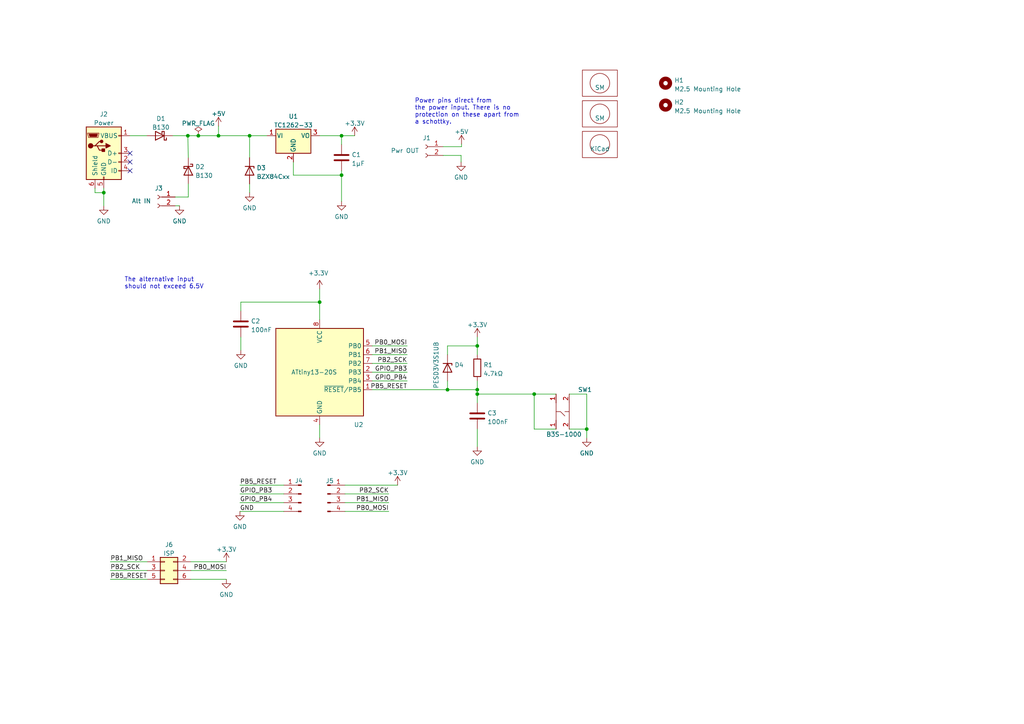
<source format=kicad_sch>
(kicad_sch (version 20211123) (generator eeschema)
  (paper "A4")
  (title_block (title "attiny13 Breakout") (date "2022-12-18") (rev "1.0") (company "Steve Mayze"))
  (lib_symbols
    (symbol "Connector:Conn_01x02_Female" (pin_names (offset 1.016) hide)
      (property "Reference" "J" (at 0 2.54 0))
      (property "Value" "Conn_01x02_Female" (at 0 -5.08 0))
      (symbol "Conn_01x02_Female_1_1"
        (arc (start 0 -2.032) (mid -0.508 -2.54) (end 0 -3.048) (stroke (width 0.1524)))
        (polyline (pts (xy -1.27 -2.54) (xy -0.508 -2.54)) (stroke (width 0.1524)))
        (polyline (pts (xy -1.27 0) (xy -0.508 0)) (stroke (width 0.1524)))
        (arc (start 0 0.508) (mid -0.508 0) (end 0 -0.508) (stroke (width 0.1524)))
        (pin passive line (at -5.08 0 0) (length 3.81) (name "Pin_1") (number "1"))
        (pin passive line (at -5.08 -2.54 0) (length 3.81) (name "Pin_2") (number "2"))
      )
    )
    (symbol "Connector:Conn_01x04_Male" (pin_names (offset 1.016) hide)
      (property "Reference" "J" (at 0 5.08 0))
      (property "Value" "Conn_01x04_Male" (at 0 -7.62 0))
      (symbol "Conn_01x04_Male_1_1"
        (polyline (pts (xy 1.27 -5.08) (xy 0.8636 -5.08)) (stroke (width 0.1524)))
        (polyline (pts (xy 1.27 -2.54) (xy 0.8636 -2.54)) (stroke (width 0.1524)))
        (polyline (pts (xy 1.27 0) (xy 0.8636 0)) (stroke (width 0.1524)))
        (polyline (pts (xy 1.27 2.54) (xy 0.8636 2.54)) (stroke (width 0.1524)))
        (rectangle (start 0.8636 -4.953) (end 0 -5.207) (stroke (width 0.1524)) (fill (type outline)))
        (rectangle (start 0.8636 -2.413) (end 0 -2.667) (stroke (width 0.1524)) (fill (type outline)))
        (rectangle (start 0.8636 0.127) (end 0 -0.127) (stroke (width 0.1524)) (fill (type outline)))
        (rectangle (start 0.8636 2.667) (end 0 2.413) (stroke (width 0.1524)) (fill (type outline)))
        (pin passive line (at 5.08 2.54 180) (length 3.81) (name "Pin_1") (number "1"))
        (pin passive line (at 5.08 0 180) (length 3.81) (name "Pin_2") (number "2"))
        (pin passive line (at 5.08 -2.54 180) (length 3.81) (name "Pin_3") (number "3"))
        (pin passive line (at 5.08 -5.08 180) (length 3.81) (name "Pin_4") (number "4"))
      )
    )
    (symbol "Connector:USB_B_Micro" (pin_names (offset 1.016))
      (property "Reference" "J" (at -5.08 11.43 0))
      (property "Value" "USB_B_Micro" (at -5.08 8.89 0))
      (symbol "USB_B_Micro_0_1"
        (rectangle (start -5.08 -7.62) (end 5.08 7.62) (stroke (width 0.254)) (fill (type background)))
        (circle (center -3.81 2.159) (radius 0.635) (stroke (width 0.254)) (fill (type outline)))
        (circle (center -0.635 3.429) (radius 0.381) (stroke (width 0.254)) (fill (type outline)))
        (rectangle (start -0.127 -7.62) (end 0.127 -6.858))
        (polyline (pts (xy -1.905 2.159) (xy 0.635 2.159)) (stroke (width 0.254)))
        (polyline (pts (xy -3.175 2.159) (xy -2.54 2.159) (xy -1.27 3.429) (xy -0.635 3.429)) (stroke (width 0.254)))
        (polyline (pts (xy -2.54 2.159) (xy -1.905 2.159) (xy -1.27 0.889) (xy 0 0.889)) (stroke (width 0.254)))
        (polyline (pts (xy 0.635 2.794) (xy 0.635 1.524) (xy 1.905 2.159) (xy 0.635 2.794)) (stroke (width 0.254)) (fill (type outline)))
        (polyline (pts (xy -4.318 5.588) (xy -1.778 5.588) (xy -2.032 4.826) (xy -4.064 4.826) (xy -4.318 5.588)) (fill (type outline)))
        (polyline (pts (xy -4.699 5.842) (xy -4.699 5.588) (xy -4.445 4.826) (xy -4.445 4.572) (xy -1.651 4.572) (xy -1.651 4.826) (xy -1.397 5.588) (xy -1.397 5.842) (xy -4.699 5.842)))
        (rectangle (start 0.254 1.27) (end -0.508 0.508) (stroke (width 0.254)) (fill (type outline)))
        (rectangle (start 5.08 -5.207) (end 4.318 -4.953))
        (rectangle (start 5.08 -2.667) (end 4.318 -2.413))
        (rectangle (start 5.08 -0.127) (end 4.318 0.127))
        (rectangle (start 5.08 4.953) (end 4.318 5.207))
      )
      (symbol "USB_B_Micro_1_1"
        (pin power_out line (at 7.62 5.08 180) (length 2.54) (name "VBUS") (number "1"))
        (pin bidirectional line (at 7.62 -2.54 180) (length 2.54) (name "D-") (number "2"))
        (pin bidirectional line (at 7.62 0 180) (length 2.54) (name "D+") (number "3"))
        (pin passive line (at 7.62 -5.08 180) (length 2.54) (name "ID") (number "4"))
        (pin power_out line (at 0 -10.16 90) (length 2.54) (name "GND") (number "5"))
        (pin passive line (at -2.54 -10.16 90) (length 2.54) (name "Shield") (number "6"))
      )
    )
    (symbol "Connector_Generic:Conn_02x03_Odd_Even" (pin_names (offset 1.016) hide)
      (property "Reference" "J" (at 1.27 5.08 0))
      (property "Value" "Conn_02x03_Odd_Even" (at 1.27 -5.08 0))
      (symbol "Conn_02x03_Odd_Even_1_1"
        (rectangle (start -1.27 -2.413) (end 0 -2.667) (stroke (width 0.1524)))
        (rectangle (start -1.27 0.127) (end 0 -0.127) (stroke (width 0.1524)))
        (rectangle (start -1.27 2.667) (end 0 2.413) (stroke (width 0.1524)))
        (rectangle (start -1.27 3.81) (end 3.81 -3.81) (stroke (width 0.254)) (fill (type background)))
        (rectangle (start 3.81 -2.413) (end 2.54 -2.667) (stroke (width 0.1524)))
        (rectangle (start 3.81 0.127) (end 2.54 -0.127) (stroke (width 0.1524)))
        (rectangle (start 3.81 2.667) (end 2.54 2.413) (stroke (width 0.1524)))
        (pin passive line (at -5.08 2.54 0) (length 3.81) (name "Pin_1") (number "1"))
        (pin passive line (at 7.62 2.54 180) (length 3.81) (name "Pin_2") (number "2"))
        (pin passive line (at -5.08 0 0) (length 3.81) (name "Pin_3") (number "3"))
        (pin passive line (at 7.62 0 180) (length 3.81) (name "Pin_4") (number "4"))
        (pin passive line (at -5.08 -2.54 0) (length 3.81) (name "Pin_5") (number "5"))
        (pin passive line (at 7.62 -2.54 180) (length 3.81) (name "Pin_6") (number "6"))
      )
    )
    (symbol "Device:C" (pin_numbers hide) (pin_names (offset 0.254))
      (property "Reference" "C" (at 0.635 2.54 0))
      (property "Value" "C" (at 0.635 -2.54 0))
      (symbol "C_0_1"
        (polyline (pts (xy -2.032 -0.762) (xy 2.032 -0.762)) (stroke (width 0.508)))
        (polyline (pts (xy -2.032 0.762) (xy 2.032 0.762)) (stroke (width 0.508)))
      )
      (symbol "C_1_1"
        (pin passive line (at 0 3.81 270) (length 2.794) (name "~") (number "1"))
        (pin passive line (at 0 -3.81 90) (length 2.794) (name "~") (number "2"))
      )
    )
    (symbol "Device:D_Schottky" (pin_numbers hide) (pin_names (offset 1.016) hide)
      (property "Reference" "D" (at 0 2.54 0))
      (property "Value" "D_Schottky" (at 0 -2.54 0))
      (symbol "D_Schottky_0_1"
        (polyline (pts (xy 1.27 0) (xy -1.27 0)))
        (polyline (pts (xy 1.27 1.27) (xy 1.27 -1.27) (xy -1.27 0) (xy 1.27 1.27)) (stroke (width 0.254)))
        (polyline (pts (xy -1.905 0.635) (xy -1.905 1.27) (xy -1.27 1.27) (xy -1.27 -1.27) (xy -0.635 -1.27) (xy -0.635 -0.635)) (stroke (width 0.254)))
      )
      (symbol "D_Schottky_1_1"
        (pin passive line (at -3.81 0 0) (length 2.54) (name "K") (number "1"))
        (pin passive line (at 3.81 0 180) (length 2.54) (name "A") (number "2"))
      )
    )
    (symbol "Device:D_Zener" (pin_numbers hide) (pin_names (offset 1.016) hide)
      (property "Reference" "D" (at 0 2.54 0))
      (property "Value" "D_Zener" (at 0 -2.54 0))
      (symbol "D_Zener_0_1"
        (polyline (pts (xy 1.27 0) (xy -1.27 0)))
        (polyline (pts (xy -1.27 -1.27) (xy -1.27 1.27) (xy -0.762 1.27)) (stroke (width 0.254)))
        (polyline (pts (xy 1.27 -1.27) (xy 1.27 1.27) (xy -1.27 0) (xy 1.27 -1.27)) (stroke (width 0.254)))
      )
      (symbol "D_Zener_1_1"
        (pin passive line (at -3.81 0 0) (length 2.54) (name "K") (number "1"))
        (pin passive line (at 3.81 0 180) (length 2.54) (name "A") (number "2"))
      )
    )
    (symbol "Device:R" (pin_numbers hide) (pin_names (offset 0))
      (property "Reference" "R" (at 2.032 0 90))
      (property "Value" "R" (at 0 0 90))
      (symbol "R_0_1"
        (rectangle (start -1.016 -2.54) (end 1.016 2.54) (stroke (width 0.254)))
      )
      (symbol "R_1_1"
        (pin passive line (at 0 3.81 270) (length 1.27) (name "~") (number "1"))
        (pin passive line (at 0 -3.81 90) (length 1.27) (name "~") (number "2"))
      )
    )
    (symbol "Diode:BZX84Cxx" (pin_numbers hide) (pin_names hide)
      (property "Reference" "D" (at 0 3.81 0))
      (property "Value" "BZX84Cxx" (at 0 -3.81 0))
      (symbol "BZX84Cxx_0_1"
        (polyline (pts (xy 1.27 0) (xy -1.27 0)))
        (polyline (pts (xy -1.27 -1.27) (xy -1.27 1.27) (xy -0.762 1.27)) (stroke (width 0.254)))
        (polyline (pts (xy 1.27 -1.27) (xy 1.27 1.27) (xy -1.27 0) (xy 1.27 -1.27)) (stroke (width 0.254)))
      )
      (symbol "BZX84Cxx_1_1"
        (pin passive line (at 3.81 0 180) (length 2.54) (name "A") (number "1"))
        (pin no_connect line (at 1.27 0 180) (length 2.54) hide (name "NC") (number "2"))
        (pin passive line (at -3.81 0 0) (length 2.54) (name "K") (number "3"))
      )
    )
    (symbol "MCU_Microchip_ATtiny:ATtiny13-20S"
      (property "Reference" "U" (at -12.7 13.97 0))
      (property "Value" "ATtiny13-20S" (at 2.54 -13.97 0))
      (symbol "ATtiny13-20S_0_1"
        (rectangle (start -12.7 -12.7) (end 12.7 12.7) (stroke (width 0.254)) (fill (type background)))
      )
      (symbol "ATtiny13-20S_1_1"
        (pin bidirectional line (at 15.24 -5.08 180) (length 2.54) (name "~{RESET}/PB5") (number "1"))
        (pin bidirectional line (at 15.24 0 180) (length 2.54) (name "PB3") (number "2"))
        (pin bidirectional line (at 15.24 -2.54 180) (length 2.54) (name "PB4") (number "3"))
        (pin power_in line (at 0 -15.24 90) (length 2.54) (name "GND") (number "4"))
        (pin bidirectional line (at 15.24 7.62 180) (length 2.54) (name "PB0") (number "5"))
        (pin bidirectional line (at 15.24 5.08 180) (length 2.54) (name "PB1") (number "6"))
        (pin bidirectional line (at 15.24 2.54 180) (length 2.54) (name "PB2") (number "7"))
        (pin power_in line (at 0 15.24 270) (length 2.54) (name "VCC") (number "8"))
      )
    )
    (symbol "Mechanical:MountingHole" (pin_names (offset 1.016))
      (property "Reference" "H" (at 0 5.08 0))
      (property "Value" "MountingHole" (at 0 3.175 0))
      (symbol "MountingHole_0_1"
        (circle (center 0 0) (radius 1.27) (stroke (width 1.27)))
      )
    )
    (symbol "Regulator_Linear:TC1262-33" (pin_names (offset 0.254))
      (property "Reference" "U" (at -3.81 3.175 0))
      (property "Value" "TC1262-33" (at 0 3.175 0))
      (symbol "TC1262-33_1_1"
        (rectangle (start -5.08 1.905) (end 5.08 -5.08) (stroke (width 0.254)) (fill (type background)))
        (pin power_in line (at -7.62 0 0) (length 2.54) (name "VI") (number "1"))
        (pin power_in line (at 0 -7.62 90) (length 2.54) (name "GND") (number "2"))
        (pin power_out line (at 7.62 0 180) (length 2.54) (name "VO") (number "3"))
      )
    )
    (symbol "attiny13_breakout:B3S-1000"
      (property "Reference" "SW" (at 3.81 -3.81 0))
      (property "Value" "B3S-1000" (at 0 5.08 0))
      (symbol "B3S-1000_0_1"
        (polyline (pts (xy -2.54 -2.54) (xy 2.54 -2.54)) (stroke (width 0.1524)))
        (polyline (pts (xy -2.54 1.27) (xy 2.54 1.27)) (stroke (width 0.1524)))
        (polyline (pts (xy 0 0) (xy 0 1.27)) (stroke (width 0.1524)))
        (polyline (pts (xy 0 -2.54) (xy 0 -1.27) (xy 1.27 0)) (stroke (width 0.1524)))
      )
      (symbol "B3S-1000_1_1"
        (pin input line (at -5.08 -2.54 0) (length 2.54) (name "") (number "1"))
        (pin input line (at 5.08 -2.54 180) (length 2.54) (name "") (number "1"))
        (pin input line (at -5.08 1.27 0) (length 2.54) (name "") (number "2"))
        (pin input line (at 5.08 1.27 180) (length 2.54) (name "") (number "2"))
      )
    )
    (symbol "mech:logo" (pin_names (offset 1.016))
      (symbol "logo_0_1"
        (rectangle (start -5.08 3.81) (end 5.08 -3.81))
        (circle (center 0 0) (radius 2.8448))
      )
    )
    (symbol "power:+3.3V" (power) (pin_names (offset 0))
      (property "Value" "+3.3V" (at 0 3.556 0))
      (symbol "+3.3V_0_1"
        (polyline (pts (xy -0.762 1.27) (xy 0 2.54)))
        (polyline (pts (xy 0 0) (xy 0 2.54)))
        (polyline (pts (xy 0 2.54) (xy 0.762 1.27)))
      )
      (symbol "+3.3V_1_1"
        (pin power_in line (at 0 0 90) (length 0) hide (name "+3.3V") (number "1"))
      )
    )
    (symbol "power:+5V" (power) (pin_names (offset 0))
      (property "Value" "+5V" (at 0 3.556 0))
      (symbol "+5V_0_1"
        (polyline (pts (xy -0.762 1.27) (xy 0 2.54)))
        (polyline (pts (xy 0 0) (xy 0 2.54)))
        (polyline (pts (xy 0 2.54) (xy 0.762 1.27)))
      )
      (symbol "+5V_1_1"
        (pin power_in line (at 0 0 90) (length 0) hide (name "+5V") (number "1"))
      )
    )
    (symbol "power:GND" (power) (pin_names (offset 0))
      (property "Value" "GND" (at 0 -3.81 0))
      (symbol "GND_0_1"
        (polyline (pts (xy 0 0) (xy 0 -1.27) (xy 1.27 -1.27) (xy 0 -2.54) (xy -1.27 -1.27) (xy 0 -1.27)))
      )
      (symbol "GND_1_1"
        (pin power_in line (at 0 0 270) (length 0) hide (name "GND") (number "1"))
      )
    )
    (symbol "power:PWR_FLAG" (power) (pin_numbers hide) (pin_names (offset 0) hide)
      (property "Value" "PWR_FLAG" (at 0 3.81 0))
      (symbol "PWR_FLAG_0_0"
        (pin power_out line (at 0 0 90) (length 0) (name "pwr") (number "1"))
      )
      (symbol "PWR_FLAG_0_1"
        (polyline (pts (xy 0 0) (xy 0 1.27) (xy -1.016 1.905) (xy 0 2.54) (xy 1.016 1.905) (xy 0 1.27)))
      )
    )
  )
  (junction (at 170.18 124.46))
  (junction (at 138.43 114.3))
  (junction (at 129.794 113.03))
  (junction (at 92.71 87.63))
  (junction (at 63.373 39.37))
  (junction (at 154.94 114.3))
  (junction (at 99.06 50.8))
  (junction (at 72.39 39.37))
  (junction (at 54.483 39.37))
  (junction (at 99.06 39.37))
  (junction (at 138.43 100.33))
  (junction (at 138.43 113.03))
  (junction (at 30.099 55.88))
  (junction (at 57.531 39.37))
  (no_connect (at 37.719 44.45))
  (no_connect (at 37.719 49.53))
  (no_connect (at 37.719 46.99))
  (wire (pts (xy 99.06 50.8) (xy 99.06 58.42)))
  (wire (pts (xy 99.06 49.53) (xy 99.06 50.8)))
  (wire (pts (xy 72.39 39.37) (xy 77.47 39.37)))
  (wire (pts (xy 133.858 42.545) (xy 133.858 41.783)))
  (wire (pts (xy 54.61 57.15) (xy 54.61 53.34)))
  (wire (pts (xy 82.296 140.716) (xy 69.596 140.716)))
  (wire (pts (xy 63.373 36.576) (xy 63.373 39.37)))
  (wire (pts (xy 30.099 55.88) (xy 30.099 59.69)))
  (wire (pts (xy 129.794 113.03) (xy 129.794 110.49)))
  (wire (pts (xy 138.43 97.79) (xy 138.43 100.33)))
  (wire (pts (xy 99.06 39.37) (xy 99.06 41.91)))
  (wire (pts (xy 54.483 39.37) (xy 57.531 39.37)))
  (wire (pts (xy 138.43 124.46) (xy 138.43 129.54)))
  (wire (pts (xy 138.43 114.3) (xy 138.43 116.84)))
  (wire (pts (xy 154.94 124.46) (xy 161.29 124.46)))
  (wire (pts (xy 128.524 42.545) (xy 133.858 42.545)))
  (wire (pts (xy 107.95 102.87) (xy 118.11 102.87)))
  (wire (pts (xy 32.004 168.021) (xy 42.672 168.021)))
  (wire (pts (xy 55.372 162.941) (xy 65.659 162.941)))
  (wire (pts (xy 50.8 59.69) (xy 52.07 59.69)))
  (wire (pts (xy 72.39 53.34) (xy 72.39 55.88)))
  (wire (pts (xy 170.18 114.3) (xy 170.18 124.46)))
  (wire (pts (xy 138.43 100.33) (xy 138.43 102.87)))
  (wire (pts (xy 129.794 100.33) (xy 138.43 100.33)))
  (wire (pts (xy 100.076 145.796) (xy 112.776 145.796)))
  (wire (pts (xy 85.09 50.8) (xy 99.06 50.8)))
  (wire (pts (xy 170.18 124.46) (xy 170.18 127)))
  (wire (pts (xy 107.95 113.03) (xy 129.794 113.03)))
  (wire (pts (xy 154.94 114.3) (xy 161.29 114.3)))
  (wire (pts (xy 107.95 110.49) (xy 118.11 110.49)))
  (wire (pts (xy 92.71 87.63) (xy 92.71 83.82)))
  (wire (pts (xy 50.8 57.15) (xy 54.61 57.15)))
  (wire (pts (xy 138.43 110.49) (xy 138.43 113.03)))
  (wire (pts (xy 99.06 39.37) (xy 102.87 39.37)))
  (wire (pts (xy 165.1 114.3) (xy 170.18 114.3)))
  (wire (pts (xy 138.43 114.3) (xy 154.94 114.3)))
  (wire (pts (xy 107.95 105.41) (xy 118.11 105.41)))
  (wire (pts (xy 32.004 165.481) (xy 42.672 165.481)))
  (wire (pts (xy 165.1 124.46) (xy 170.18 124.46)))
  (wire (pts (xy 92.71 87.63) (xy 69.85 87.63)))
  (wire (pts (xy 100.076 140.716) (xy 115.316 140.716)))
  (wire (pts (xy 50.165 39.37) (xy 54.483 39.37)))
  (wire (pts (xy 100.076 143.256) (xy 112.776 143.256)))
  (wire (pts (xy 100.076 148.336) (xy 112.776 148.336)))
  (wire (pts (xy 92.71 123.19) (xy 92.71 127)))
  (wire (pts (xy 82.296 148.336) (xy 69.596 148.336)))
  (wire (pts (xy 54.61 45.72) (xy 54.483 39.37)))
  (wire (pts (xy 37.719 39.37) (xy 42.545 39.37)))
  (wire (pts (xy 57.531 39.37) (xy 63.373 39.37)))
  (wire (pts (xy 32.004 162.941) (xy 42.672 162.941)))
  (wire (pts (xy 27.559 55.88) (xy 30.099 55.88)))
  (wire (pts (xy 27.559 54.61) (xy 27.559 55.88)))
  (wire (pts (xy 107.95 100.33) (xy 118.11 100.33)))
  (wire (pts (xy 55.372 165.481) (xy 65.659 165.481)))
  (wire (pts (xy 30.099 54.61) (xy 30.099 55.88)))
  (wire (pts (xy 138.43 113.03) (xy 138.43 114.3)))
  (wire (pts (xy 133.731 45.085) (xy 133.731 46.99)))
  (wire (pts (xy 129.794 102.87) (xy 129.794 100.33)))
  (wire (pts (xy 82.296 145.796) (xy 69.596 145.796)))
  (wire (pts (xy 85.09 46.99) (xy 85.09 50.8)))
  (wire (pts (xy 82.296 143.256) (xy 69.596 143.256)))
  (wire (pts (xy 107.95 107.95) (xy 118.11 107.95)))
  (wire (pts (xy 128.524 45.085) (xy 133.731 45.085)))
  (wire (pts (xy 55.372 168.021) (xy 65.659 168.021)))
  (wire (pts (xy 69.85 87.63) (xy 69.85 90.17)))
  (wire (pts (xy 92.71 39.37) (xy 99.06 39.37)))
  (wire (pts (xy 129.794 113.03) (xy 138.43 113.03)))
  (wire (pts (xy 154.94 124.46) (xy 154.94 114.3)))
  (wire (pts (xy 63.373 39.37) (xy 72.39 39.37)))
  (wire (pts (xy 69.85 97.79) (xy 69.85 101.6)))
  (wire (pts (xy 72.39 39.37) (xy 72.39 45.72)))
  (wire (pts (xy 92.71 92.71) (xy 92.71 87.63)))
  (text "Power pins direct from \nthe power input. There is no\nprotection on these apart from \na schottky." (at 120.269 36.195 0) (effects (font (size 1.27 1.27)) (justify left bottom)))
  (text "The alternative input\nshould not exceed 6.5V" (at 36.068 83.947 0) (effects (font (size 1.27 1.27)) (justify left bottom)))
  (label "GPIO_PB3" (at 118.11 107.95 180))
  (label "PB2_SCK" (at 118.11 105.41 180))
  (label "PB1_MISO" (at 118.11 102.87 180))
  (label "GPIO_PB3" (at 69.596 143.256 0))
  (label "GPIO_PB4" (at 69.596 145.796 0))
  (label "PB5_RESET" (at 118.11 113.03 180))
  (label "PB0_MOSI" (at 65.659 165.481 180))
  (label "PB1_MISO" (at 112.776 145.796 180))
  (label "PB2_SCK" (at 112.776 143.256 180))
  (label "PB1_MISO" (at 32.004 162.941 0))
  (label "PB0_MOSI" (at 112.776 148.336 180))
  (label "GND" (at 69.596 148.336 0))
  (label "PB2_SCK" (at 32.004 165.481 0))
  (label "PB5_RESET" (at 32.004 168.021 0))
  (label "PB5_RESET" (at 69.596 140.716 0))
  (label "GPIO_PB4" (at 118.11 110.49 180))
  (label "PB0_MOSI" (at 118.11 100.33 180))
  (symbol (lib_id "Device:D_Schottky") (at 46.355 39.37 180) (unit 1)
    (property "Reference" "D1" (at 46.6725 34.4002 0))
    (property "Value" "B130" (at 46.6725 36.9371 0))
    (property "Footprint" "Diode_SMD:D_SMA" (effects hide))
  )
  (symbol (lib_id "power:GND") (at 138.43 129.54 0) (unit 1)
    (property "Reference" "#PWR014" (effects hide))
    (property "Value" "GND" (at 138.43 133.9834 0))
  )
  (symbol (lib_id "power:+3.3V") (at 138.43 97.79 0) (unit 1)
    (property "Reference" "#PWR010" (effects hide))
    (property "Value" "+3.3V" (at 138.43 94.2142 0))
  )
  (symbol (lib_id "Connector:USB_B_Micro") (at 30.099 44.45 0) (unit 1)
    (property "Reference" "J2" (at 30.099 33.1302 0))
    (property "Value" "Power" (at 30.099 35.6671 0))
    (property "Footprint" "Connector_USB:USB_Micro-B_Amphenol_10103594-0001LF_Horizontal" (effects hide))
  )
  (symbol (lib_id "power:+3.3V") (at 92.71 83.82 0) (unit 1)
    (property "Reference" "#PWR09" (effects hide))
    (property "Value" "+3.3V" (at 92.329 79.2282 0))
  )
  (symbol (lib_id "power:GND") (at 69.85 101.6 0) (unit 1)
    (property "Reference" "#PWR011" (effects hide))
    (property "Value" "GND" (at 69.85 106.0434 0))
  )
  (symbol (lib_id "power:+3.3V") (at 65.659 162.941 0) (unit 1)
    (property "Reference" "#PWR017" (effects hide))
    (property "Value" "+3.3V" (at 65.659 159.3652 0))
  )
  (symbol (lib_id "Connector:Conn_01x02_Female") (at 123.444 42.545 0) (mirror y) (unit 1)
    (property "Reference" "J1" (at 124.968 40.005 0) (effects (justify left)))
    (property "Value" "Pwr OUT" (at 121.539 43.688 0) (effects (justify left)))
    (property "Footprint" "Connector_PinHeader_2.54mm:PinHeader_1x02_P2.54mm_Vertical" (effects hide))
  )
  (symbol (lib_id "power:GND") (at 72.39 55.88 0) (unit 1)
    (property "Reference" "#PWR05" (effects hide))
    (property "Value" "GND" (at 72.39 60.3234 0))
  )
  (symbol (lib_id "power:+3.3V") (at 115.316 140.716 0) (unit 1)
    (property "Reference" "#PWR015" (effects hide))
    (property "Value" "+3.3V" (at 115.316 137.1402 0))
  )
  (symbol (lib_id "power:GND") (at 69.596 148.336 0) (mirror y) (unit 1)
    (property "Reference" "#PWR016" (effects hide))
    (property "Value" "GND" (at 69.596 152.7794 0))
  )
  (symbol (lib_id "Device:C") (at 138.43 120.65 0) (unit 1)
    (property "Reference" "C3" (at 141.351 119.8153 0) (effects (justify left)))
    (property "Value" "100nF" (at 141.351 122.3522 0) (effects (justify left)))
    (property "Footprint" "Capacitor_SMD:C_0805_2012Metric_Pad1.18x1.45mm_HandSolder" (effects hide))
  )
  (symbol (lib_id "power:GND") (at 99.06 58.42 0) (unit 1)
    (property "Reference" "#PWR06" (effects hide))
    (property "Value" "GND" (at 99.06 62.8634 0))
  )
  (symbol (lib_id "power:+5V") (at 63.373 36.576 0) (unit 1)
    (property "Reference" "#PWR01" (effects hide))
    (property "Value" "+5V" (at 63.373 33.0002 0))
  )
  (symbol (lib_id "attiny13_breakout:B3S-1000") (at 163.83 119.38 270) (unit 1)
    (property "Reference" "SW1" (at 169.672 113.03 90))
    (property "Value" "B3S-1000" (at 163.576 125.984 90))
    (property "Footprint" "Button_Switch_SMD:SW_SPST_Omron_B3FS-100xP" (effects hide))
  )
  (symbol (lib_id "Regulator_Linear:TC1262-33") (at 85.09 39.37 0) (unit 1)
    (property "Reference" "U1" (at 85.09 33.7652 0))
    (property "Value" "TC1262-33" (at 85.09 36.3021 0))
    (property "Footprint" "Package_TO_SOT_SMD:SOT-223-3_TabPin2" (effects hide))
    (property "Datasheet" "http://ww1.microchip.com/downloads/en/DeviceDoc/21373C.pdf" (effects hide))
  )
  (symbol (lib_id "power:GND") (at 133.731 46.99 0) (unit 1)
    (property "Reference" "#PWR04" (effects hide))
    (property "Value" "GND" (at 133.731 51.4334 0))
  )
  (symbol (lib_id "Connector:Conn_01x04_Male") (at 94.996 143.256 0) (unit 1)
    (property "Reference" "J5" (at 95.631 139.477 0))
    (property "Value" "Conn_01x04_Male" (effects hide))
    (property "Footprint" "Connector_PinHeader_2.54mm:PinHeader_1x04_P2.54mm_Vertical" (effects hide))
  )
  (symbol (lib_id "Device:D_Zener") (at 129.794 106.68 270) (unit 1)
    (property "Reference" "D4" (at 131.826 105.8453 90) (effects (justify left)))
    (property "Value" "PESD3V3S1UB" (at 126.492 99.06 0) (effects (justify left)))
    (property "Footprint" "Diode_SMD:D_SOD-523" (effects hide))
  )
  (symbol (lib_id "power:PWR_FLAG") (at 57.531 39.37 0) (unit 1)
    (property "Reference" "#FLG01" (effects hide))
    (property "Value" "PWR_FLAG" (at 57.531 35.7942 0))
  )
  (symbol (lib_id "power:GND") (at 65.659 168.021 0) (unit 1)
    (property "Reference" "#PWR018" (effects hide))
    (property "Value" "GND" (at 65.659 172.4644 0))
  )
  (symbol (lib_id "power:GND") (at 52.07 59.69 0) (unit 1)
    (property "Reference" "#PWR08" (effects hide))
    (property "Value" "GND" (at 52.07 64.1334 0))
  )
  (symbol (lib_id "power:+5V") (at 133.858 41.783 0) (unit 1)
    (property "Reference" "#PWR03" (effects hide))
    (property "Value" "+5V" (at 133.858 38.2072 0))
  )
  (symbol (lib_id "Device:C") (at 69.85 93.98 0) (unit 1)
    (property "Reference" "C2" (at 72.771 93.1453 0) (effects (justify left)))
    (property "Value" "100nF" (at 72.771 95.6822 0) (effects (justify left)))
    (property "Footprint" "Capacitor_SMD:C_0805_2012Metric_Pad1.18x1.45mm_HandSolder" (effects hide))
  )
  (symbol (lib_id "mech:logo") (at 173.99 33.02 0) (unit 1)
    (property "Reference" "Lg1" (effects hide))
    (property "Value" "SM" (at 173.99 34.29 0))
    (property "Footprint" "mech:MyBasic_rounded_50_1" (effects hide))
  )
  (symbol (lib_id "MCU_Microchip_ATtiny:ATtiny13-20S") (at 92.71 107.95 0) (unit 1)
    (property "Reference" "U2" (at 105.41 123.19 0) (effects (justify right)))
    (property "Value" "ATtiny13-20S" (at 97.79 107.95 0) (effects (justify right)))
    (property "Footprint" "Package_SO:SOIC-8W_5.3x5.3mm_P1.27mm" (effects hide))
    (property "Datasheet" "http://ww1.microchip.com/downloads/en/DeviceDoc/doc2535.pdf" (effects hide))
  )
  (symbol (lib_id "Device:D_Schottky") (at 54.61 49.53 270) (unit 1)
    (property "Reference" "D2" (at 56.642 48.3778 90) (effects (justify left)))
    (property "Value" "B130" (at 56.642 50.9147 90) (effects (justify left)))
    (property "Footprint" "Diode_SMD:D_SMA" (effects hide))
  )
  (symbol (lib_id "Mechanical:MountingHole") (at 193.04 30.48 0) (unit 1)
    (property "Reference" "H2" (at 195.58 29.6453 0) (effects (justify left)))
    (property "Value" "M2.5 Mounting Hole" (at 195.58 32.1822 0) (effects (justify left)))
    (property "Footprint" "MountingHole:MountingHole_2.7mm_M2.5" (effects hide))
  )
  (symbol (lib_id "Mechanical:MountingHole") (at 193.04 24.13 0) (unit 1)
    (property "Reference" "H1" (at 195.58 23.2953 0) (effects (justify left)))
    (property "Value" "M2.5 Mounting Hole" (at 195.58 25.8322 0) (effects (justify left)))
    (property "Footprint" "MountingHole:MountingHole_2.7mm_M2.5" (effects hide))
  )
  (symbol (lib_id "mech:logo") (at 173.99 24.13 0) (unit 1)
    (property "Reference" "Lg3" (effects hide))
    (property "Value" "SM" (at 173.99 25.4 0))
    (property "Footprint" "mech:MyBasic_rounded_50_1" (effects hide))
  )
  (symbol (lib_id "Device:R") (at 138.43 106.68 0) (unit 1)
    (property "Reference" "R1" (at 140.208 105.8453 0) (effects (justify left)))
    (property "Value" "4.7kΩ" (at 140.208 108.3822 0) (effects (justify left)))
    (property "Footprint" "Resistor_SMD:R_0805_2012Metric_Pad1.20x1.40mm_HandSolder" (effects hide))
  )
  (symbol (lib_id "Connector:Conn_01x04_Male") (at 87.376 143.256 0) (mirror y) (unit 1)
    (property "Reference" "J4" (at 85.471 139.446 0) (effects (justify right)))
    (property "Value" "Conn_01x04_Male" (effects hide))
    (property "Footprint" "Connector_PinHeader_2.54mm:PinHeader_1x04_P2.54mm_Vertical" (effects hide))
  )
  (symbol (lib_id "Connector_Generic:Conn_02x03_Odd_Even") (at 47.752 165.481 0) (unit 1)
    (property "Reference" "J6" (at 49.022 157.9712 0))
    (property "Value" "ISP" (at 49.022 160.5081 0))
    (property "Footprint" "attiny13_breakout:Tag-Connect_TC2030-IDC-FP_2x03_P1.27mm_Vertical" (effects hide))
  )
  (symbol (lib_id "Device:C") (at 99.06 45.72 0) (unit 1)
    (property "Reference" "C1" (at 101.981 44.8853 0) (effects (justify left)))
    (property "Value" "1μF" (at 101.981 47.4222 0) (effects (justify left)))
    (property "Footprint" "Capacitor_SMD:C_0805_2012Metric_Pad1.18x1.45mm_HandSolder" (effects hide))
  )
  (symbol (lib_id "power:+3.3V") (at 102.87 39.37 0) (unit 1)
    (property "Reference" "#PWR02" (effects hide))
    (property "Value" "+3.3V" (at 102.87 35.7942 0))
  )
  (symbol (lib_id "power:GND") (at 170.18 127 0) (unit 1)
    (property "Reference" "#PWR013" (effects hide))
    (property "Value" "GND" (at 170.18 131.4434 0))
  )
  (symbol (lib_id "Connector:Conn_01x02_Female") (at 45.72 57.15 0) (mirror y) (unit 1)
    (property "Reference" "J3" (at 47.244 54.61 0) (effects (justify left)))
    (property "Value" "Alt IN" (at 43.815 58.293 0) (effects (justify left)))
    (property "Footprint" "Connector_PinHeader_2.54mm:PinHeader_1x02_P2.54mm_Vertical" (effects hide))
  )
  (symbol (lib_id "power:GND") (at 92.71 127 0) (unit 1)
    (property "Reference" "#PWR012" (effects hide))
    (property "Value" "GND" (at 92.71 131.4434 0))
  )
  (symbol (lib_id "mech:logo") (at 173.99 41.91 0) (unit 1)
    (property "Reference" "Lg2" (effects hide))
    (property "Value" "KiCad" (at 173.99 43.18 0))
    (property "Footprint" "Symbol:KiCad-Logo2_5mm_SilkScreen" (effects hide))
  )
  (symbol (lib_id "power:GND") (at 30.099 59.69 0) (unit 1)
    (property "Reference" "#PWR07" (effects hide))
    (property "Value" "GND" (at 30.099 64.1334 0))
  )
  (symbol (lib_id "Diode:BZX84Cxx") (at 72.39 49.53 270) (unit 1)
    (property "Reference" "D3" (at 74.422 48.6953 90) (effects (justify left)))
    (property "Value" "BZX84Cxx" (at 74.422 51.2322 90) (effects (justify left)))
    (property "Footprint" "Package_TO_SOT_SMD:SOT-23" (effects hide))
    (property "Datasheet" "https://diotec.com/tl_files/diotec/files/pdf/datasheets/bzx84c2v4.pdf" (effects hide))
  )
)
</source>
